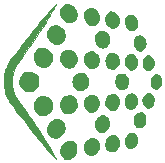
<source format=gbr>
%TF.GenerationSoftware,KiCad,Pcbnew,(7.0.0)*%
%TF.CreationDate,2023-03-22T16:08:00+00:00*%
%TF.ProjectId,B3LPD,42334c50-442e-46b6-9963-61645f706362,rev?*%
%TF.SameCoordinates,Original*%
%TF.FileFunction,Legend,Bot*%
%TF.FilePolarity,Positive*%
%FSLAX46Y46*%
G04 Gerber Fmt 4.6, Leading zero omitted, Abs format (unit mm)*
G04 Created by KiCad (PCBNEW (7.0.0)) date 2023-03-22 16:08:00*
%MOMM*%
%LPD*%
G01*
G04 APERTURE LIST*
%ADD10C,0.010000*%
G04 APERTURE END LIST*
%TO.C,Ref\u002A\u002A*%
G36*
X114056495Y-89215833D02*
G01*
X114160774Y-89284552D01*
X114252377Y-89391140D01*
X114273526Y-89424115D01*
X114320935Y-89514549D01*
X114348858Y-89605873D01*
X114360441Y-89711499D01*
X114358831Y-89844838D01*
X114355404Y-89896060D01*
X114326818Y-90060119D01*
X114271845Y-90193009D01*
X114189142Y-90297258D01*
X114077367Y-90375396D01*
X114016898Y-90396211D01*
X113923670Y-90407211D01*
X113829227Y-90401456D01*
X113753524Y-90378739D01*
X113691037Y-90338605D01*
X113597308Y-90242731D01*
X113526598Y-90121579D01*
X113480310Y-89982554D01*
X113459846Y-89833058D01*
X113466607Y-89680495D01*
X113501995Y-89532268D01*
X113567412Y-89395779D01*
X113625485Y-89318885D01*
X113724035Y-89236510D01*
X113832482Y-89191850D01*
X113945183Y-89184945D01*
X114056495Y-89215833D01*
G37*
D10*
X114056495Y-89215833D02*
X114160774Y-89284552D01*
X114252377Y-89391140D01*
X114273526Y-89424115D01*
X114320935Y-89514549D01*
X114348858Y-89605873D01*
X114360441Y-89711499D01*
X114358831Y-89844838D01*
X114355404Y-89896060D01*
X114326818Y-90060119D01*
X114271845Y-90193009D01*
X114189142Y-90297258D01*
X114077367Y-90375396D01*
X114016898Y-90396211D01*
X113923670Y-90407211D01*
X113829227Y-90401456D01*
X113753524Y-90378739D01*
X113691037Y-90338605D01*
X113597308Y-90242731D01*
X113526598Y-90121579D01*
X113480310Y-89982554D01*
X113459846Y-89833058D01*
X113466607Y-89680495D01*
X113501995Y-89532268D01*
X113567412Y-89395779D01*
X113625485Y-89318885D01*
X113724035Y-89236510D01*
X113832482Y-89191850D01*
X113945183Y-89184945D01*
X114056495Y-89215833D01*
G36*
X111907783Y-84187395D02*
G01*
X111912177Y-84189408D01*
X112037886Y-84269236D01*
X112141258Y-84377684D01*
X112220983Y-84507832D01*
X112275750Y-84652762D01*
X112304247Y-84805552D01*
X112305165Y-84959285D01*
X112277192Y-85107040D01*
X112219018Y-85241899D01*
X112129332Y-85356942D01*
X112099866Y-85383177D01*
X112037247Y-85428019D01*
X111983580Y-85454096D01*
X111903131Y-85469605D01*
X111771434Y-85462870D01*
X111644675Y-85418719D01*
X111528069Y-85340118D01*
X111426832Y-85230034D01*
X111346178Y-85091436D01*
X111328363Y-85047507D01*
X111291237Y-84908853D01*
X111273751Y-84759212D01*
X111277036Y-84614085D01*
X111302222Y-84488974D01*
X111355102Y-84372453D01*
X111438131Y-84267009D01*
X111540300Y-84193098D01*
X111656223Y-84153404D01*
X111780514Y-84150609D01*
X111907783Y-84187395D01*
G37*
X111907783Y-84187395D02*
X111912177Y-84189408D01*
X112037886Y-84269236D01*
X112141258Y-84377684D01*
X112220983Y-84507832D01*
X112275750Y-84652762D01*
X112304247Y-84805552D01*
X112305165Y-84959285D01*
X112277192Y-85107040D01*
X112219018Y-85241899D01*
X112129332Y-85356942D01*
X112099866Y-85383177D01*
X112037247Y-85428019D01*
X111983580Y-85454096D01*
X111903131Y-85469605D01*
X111771434Y-85462870D01*
X111644675Y-85418719D01*
X111528069Y-85340118D01*
X111426832Y-85230034D01*
X111346178Y-85091436D01*
X111328363Y-85047507D01*
X111291237Y-84908853D01*
X111273751Y-84759212D01*
X111277036Y-84614085D01*
X111302222Y-84488974D01*
X111355102Y-84372453D01*
X111438131Y-84267009D01*
X111540300Y-84193098D01*
X111656223Y-84153404D01*
X111780514Y-84150609D01*
X111907783Y-84187395D01*
G36*
X109324396Y-85520696D02*
G01*
X109473644Y-85549674D01*
X109608097Y-85616651D01*
X109725039Y-85719367D01*
X109821756Y-85855562D01*
X109895534Y-86022979D01*
X109928317Y-86155359D01*
X109937919Y-86318490D01*
X109915105Y-86474283D01*
X109862215Y-86616823D01*
X109781587Y-86740194D01*
X109675561Y-86838480D01*
X109546476Y-86905766D01*
X109505981Y-86918138D01*
X109368433Y-86932741D01*
X109229421Y-86908893D01*
X109096088Y-86848501D01*
X108975578Y-86753469D01*
X108963439Y-86741075D01*
X108862438Y-86612269D01*
X108791437Y-86471957D01*
X108749153Y-86325158D01*
X108734306Y-86176892D01*
X108745611Y-86032181D01*
X108781787Y-85896042D01*
X108841550Y-85773497D01*
X108923618Y-85669565D01*
X109026708Y-85589266D01*
X109149538Y-85537620D01*
X109290826Y-85519648D01*
X109324396Y-85520696D01*
G37*
X109324396Y-85520696D02*
X109473644Y-85549674D01*
X109608097Y-85616651D01*
X109725039Y-85719367D01*
X109821756Y-85855562D01*
X109895534Y-86022979D01*
X109928317Y-86155359D01*
X109937919Y-86318490D01*
X109915105Y-86474283D01*
X109862215Y-86616823D01*
X109781587Y-86740194D01*
X109675561Y-86838480D01*
X109546476Y-86905766D01*
X109505981Y-86918138D01*
X109368433Y-86932741D01*
X109229421Y-86908893D01*
X109096088Y-86848501D01*
X108975578Y-86753469D01*
X108963439Y-86741075D01*
X108862438Y-86612269D01*
X108791437Y-86471957D01*
X108749153Y-86325158D01*
X108734306Y-86176892D01*
X108745611Y-86032181D01*
X108781787Y-85896042D01*
X108841550Y-85773497D01*
X108923618Y-85669565D01*
X109026708Y-85589266D01*
X109149538Y-85537620D01*
X109290826Y-85519648D01*
X109324396Y-85520696D01*
G36*
X108657710Y-94591520D02*
G01*
X108786021Y-94643000D01*
X108895741Y-94729390D01*
X108959472Y-94809452D01*
X109027536Y-94945947D01*
X109063073Y-95095692D01*
X109067763Y-95252620D01*
X109043288Y-95410661D01*
X108991330Y-95563748D01*
X108913568Y-95705810D01*
X108811686Y-95830781D01*
X108687364Y-95932590D01*
X108542283Y-96005170D01*
X108493328Y-96019203D01*
X108368434Y-96031679D01*
X108240263Y-96018125D01*
X108128001Y-95979719D01*
X108044890Y-95927135D01*
X107943698Y-95826128D01*
X107870926Y-95703956D01*
X107826058Y-95566275D01*
X107808579Y-95418741D01*
X107817971Y-95267009D01*
X107853719Y-95116737D01*
X107915307Y-94973580D01*
X108002218Y-94843194D01*
X108113936Y-94731236D01*
X108249946Y-94643361D01*
X108371667Y-94596797D01*
X108517396Y-94575827D01*
X108657710Y-94591520D01*
G37*
X108657710Y-94591520D02*
X108786021Y-94643000D01*
X108895741Y-94729390D01*
X108959472Y-94809452D01*
X109027536Y-94945947D01*
X109063073Y-95095692D01*
X109067763Y-95252620D01*
X109043288Y-95410661D01*
X108991330Y-95563748D01*
X108913568Y-95705810D01*
X108811686Y-95830781D01*
X108687364Y-95932590D01*
X108542283Y-96005170D01*
X108493328Y-96019203D01*
X108368434Y-96031679D01*
X108240263Y-96018125D01*
X108128001Y-95979719D01*
X108044890Y-95927135D01*
X107943698Y-95826128D01*
X107870926Y-95703956D01*
X107826058Y-95566275D01*
X107808579Y-95418741D01*
X107817971Y-95267009D01*
X107853719Y-95116737D01*
X107915307Y-94973580D01*
X108002218Y-94843194D01*
X108113936Y-94731236D01*
X108249946Y-94643361D01*
X108371667Y-94596797D01*
X108517396Y-94575827D01*
X108657710Y-94591520D01*
G36*
X110224010Y-83881906D02*
G01*
X110360794Y-83930753D01*
X110424485Y-83968032D01*
X110539931Y-84065474D01*
X110631925Y-84184826D01*
X110699977Y-84320110D01*
X110743602Y-84465347D01*
X110762312Y-84614560D01*
X110755621Y-84761771D01*
X110723041Y-84901000D01*
X110664085Y-85026270D01*
X110578266Y-85131603D01*
X110465097Y-85211021D01*
X110453868Y-85216661D01*
X110379501Y-85248332D01*
X110313856Y-85260731D01*
X110234085Y-85258561D01*
X110190020Y-85253185D01*
X110044347Y-85208835D01*
X109913409Y-85126064D01*
X109799456Y-85006596D01*
X109704737Y-84852160D01*
X109665257Y-84753623D01*
X109629786Y-84590671D01*
X109624304Y-84423652D01*
X109650245Y-84267946D01*
X109678781Y-84188264D01*
X109752610Y-84061517D01*
X109849065Y-83965127D01*
X109963129Y-83901474D01*
X110089783Y-83872941D01*
X110224010Y-83881906D01*
G37*
X110224010Y-83881906D02*
X110360794Y-83930753D01*
X110424485Y-83968032D01*
X110539931Y-84065474D01*
X110631925Y-84184826D01*
X110699977Y-84320110D01*
X110743602Y-84465347D01*
X110762312Y-84614560D01*
X110755621Y-84761771D01*
X110723041Y-84901000D01*
X110664085Y-85026270D01*
X110578266Y-85131603D01*
X110465097Y-85211021D01*
X110453868Y-85216661D01*
X110379501Y-85248332D01*
X110313856Y-85260731D01*
X110234085Y-85258561D01*
X110190020Y-85253185D01*
X110044347Y-85208835D01*
X109913409Y-85126064D01*
X109799456Y-85006596D01*
X109704737Y-84852160D01*
X109665257Y-84753623D01*
X109629786Y-84590671D01*
X109624304Y-84423652D01*
X109650245Y-84267946D01*
X109678781Y-84188264D01*
X109752610Y-84061517D01*
X109849065Y-83965127D01*
X109963129Y-83901474D01*
X110089783Y-83872941D01*
X110224010Y-83881906D01*
G36*
X109468334Y-92678493D02*
G01*
X109598072Y-92716256D01*
X109714015Y-92787451D01*
X109809326Y-92891467D01*
X109885015Y-93036603D01*
X109927454Y-93200451D01*
X109932818Y-93370429D01*
X109920119Y-93481008D01*
X109895660Y-93588002D01*
X109855996Y-93682754D01*
X109795721Y-93781476D01*
X109781903Y-93801345D01*
X109686674Y-93916005D01*
X109584443Y-93997610D01*
X109465599Y-94054097D01*
X109423281Y-94067292D01*
X109280145Y-94085049D01*
X109140843Y-94063323D01*
X109012527Y-94003957D01*
X108902349Y-93908797D01*
X108865556Y-93862482D01*
X108790129Y-93724030D01*
X108747513Y-93569970D01*
X108737037Y-93407558D01*
X108758029Y-93244048D01*
X108809819Y-93086695D01*
X108891735Y-92942755D01*
X109003106Y-92819483D01*
X109064722Y-92771901D01*
X109194821Y-92705706D01*
X109331638Y-92674773D01*
X109468334Y-92678493D01*
G37*
X109468334Y-92678493D02*
X109598072Y-92716256D01*
X109714015Y-92787451D01*
X109809326Y-92891467D01*
X109885015Y-93036603D01*
X109927454Y-93200451D01*
X109932818Y-93370429D01*
X109920119Y-93481008D01*
X109895660Y-93588002D01*
X109855996Y-93682754D01*
X109795721Y-93781476D01*
X109781903Y-93801345D01*
X109686674Y-93916005D01*
X109584443Y-93997610D01*
X109465599Y-94054097D01*
X109423281Y-94067292D01*
X109280145Y-94085049D01*
X109140843Y-94063323D01*
X109012527Y-94003957D01*
X108902349Y-93908797D01*
X108865556Y-93862482D01*
X108790129Y-93724030D01*
X108747513Y-93569970D01*
X108737037Y-93407558D01*
X108758029Y-93244048D01*
X108809819Y-93086695D01*
X108891735Y-92942755D01*
X109003106Y-92819483D01*
X109064722Y-92771901D01*
X109194821Y-92705706D01*
X109331638Y-92674773D01*
X109468334Y-92678493D01*
G36*
X111031267Y-89130918D02*
G01*
X111111250Y-89137024D01*
X111175195Y-89155985D01*
X111244102Y-89193376D01*
X111282535Y-89218957D01*
X111398725Y-89327112D01*
X111481659Y-89461353D01*
X111531385Y-89621778D01*
X111547950Y-89808481D01*
X111532744Y-89963475D01*
X111486343Y-90115367D01*
X111412602Y-90248828D01*
X111315421Y-90356889D01*
X111198700Y-90432580D01*
X111176321Y-90442084D01*
X111046475Y-90471642D01*
X110914769Y-90461627D01*
X110788007Y-90413387D01*
X110672996Y-90328274D01*
X110613383Y-90264230D01*
X110538544Y-90148700D01*
X110493076Y-90015960D01*
X110472848Y-89856269D01*
X110472378Y-89740014D01*
X110497534Y-89565416D01*
X110555623Y-89416737D01*
X110647069Y-89293036D01*
X110772298Y-89193376D01*
X110789819Y-89182773D01*
X110855706Y-89150152D01*
X110921500Y-89134668D01*
X111008200Y-89130745D01*
X111031267Y-89130918D01*
G37*
X111031267Y-89130918D02*
X111111250Y-89137024D01*
X111175195Y-89155985D01*
X111244102Y-89193376D01*
X111282535Y-89218957D01*
X111398725Y-89327112D01*
X111481659Y-89461353D01*
X111531385Y-89621778D01*
X111547950Y-89808481D01*
X111532744Y-89963475D01*
X111486343Y-90115367D01*
X111412602Y-90248828D01*
X111315421Y-90356889D01*
X111198700Y-90432580D01*
X111176321Y-90442084D01*
X111046475Y-90471642D01*
X110914769Y-90461627D01*
X110788007Y-90413387D01*
X110672996Y-90328274D01*
X110613383Y-90264230D01*
X110538544Y-90148700D01*
X110493076Y-90015960D01*
X110472848Y-89856269D01*
X110472378Y-89740014D01*
X110497534Y-89565416D01*
X110555623Y-89416737D01*
X110647069Y-89293036D01*
X110772298Y-89193376D01*
X110789819Y-89182773D01*
X110855706Y-89150152D01*
X110921500Y-89134668D01*
X111008200Y-89130745D01*
X111031267Y-89130918D01*
G36*
X110281466Y-94346416D02*
G01*
X110415579Y-94370241D01*
X110532610Y-94429811D01*
X110629302Y-94521226D01*
X110702399Y-94640584D01*
X110748645Y-94783983D01*
X110764783Y-94947522D01*
X110764669Y-94961769D01*
X110743386Y-95141130D01*
X110687859Y-95308622D01*
X110601709Y-95457851D01*
X110488560Y-95582424D01*
X110352033Y-95675949D01*
X110338221Y-95682546D01*
X110241229Y-95710611D01*
X110128249Y-95721036D01*
X110017213Y-95713352D01*
X109926051Y-95687090D01*
X109894583Y-95668582D01*
X109832007Y-95619596D01*
X109772952Y-95561153D01*
X109702435Y-95461886D01*
X109646021Y-95326461D01*
X109620658Y-95181311D01*
X109624073Y-95032071D01*
X109653995Y-94884375D01*
X109708150Y-94743857D01*
X109784268Y-94616152D01*
X109880076Y-94506895D01*
X109993302Y-94421719D01*
X110121673Y-94366258D01*
X110262918Y-94346148D01*
X110281466Y-94346416D01*
G37*
X110281466Y-94346416D02*
X110415579Y-94370241D01*
X110532610Y-94429811D01*
X110629302Y-94521226D01*
X110702399Y-94640584D01*
X110748645Y-94783983D01*
X110764783Y-94947522D01*
X110764669Y-94961769D01*
X110743386Y-95141130D01*
X110687859Y-95308622D01*
X110601709Y-95457851D01*
X110488560Y-95582424D01*
X110352033Y-95675949D01*
X110338221Y-95682546D01*
X110241229Y-95710611D01*
X110128249Y-95721036D01*
X110017213Y-95713352D01*
X109926051Y-95687090D01*
X109894583Y-95668582D01*
X109832007Y-95619596D01*
X109772952Y-95561153D01*
X109702435Y-95461886D01*
X109646021Y-95326461D01*
X109620658Y-95181311D01*
X109624073Y-95032071D01*
X109653995Y-94884375D01*
X109708150Y-94743857D01*
X109784268Y-94616152D01*
X109880076Y-94506895D01*
X109993302Y-94421719D01*
X110121673Y-94366258D01*
X110262918Y-94346148D01*
X110281466Y-94346416D01*
G36*
X108492288Y-87246709D02*
G01*
X108631042Y-87283434D01*
X108757426Y-87352560D01*
X108867522Y-87450296D01*
X108957409Y-87572855D01*
X109023170Y-87716447D01*
X109060886Y-87877283D01*
X109066639Y-88051573D01*
X109065867Y-88062404D01*
X109036380Y-88222626D01*
X108976686Y-88369209D01*
X108891260Y-88495436D01*
X108784582Y-88594590D01*
X108661127Y-88659953D01*
X108597024Y-88678661D01*
X108450386Y-88692628D01*
X108308085Y-88668801D01*
X108174721Y-88610297D01*
X108054897Y-88520234D01*
X107953215Y-88401731D01*
X107874279Y-88257906D01*
X107822688Y-88091877D01*
X107816840Y-88060807D01*
X107806190Y-87882378D01*
X107835638Y-87714275D01*
X107904301Y-87559635D01*
X108011296Y-87421598D01*
X108047206Y-87385896D01*
X108113814Y-87328956D01*
X108177481Y-87291941D01*
X108253287Y-87265099D01*
X108345081Y-87246174D01*
X108492288Y-87246709D01*
G37*
X108492288Y-87246709D02*
X108631042Y-87283434D01*
X108757426Y-87352560D01*
X108867522Y-87450296D01*
X108957409Y-87572855D01*
X109023170Y-87716447D01*
X109060886Y-87877283D01*
X109066639Y-88051573D01*
X109065867Y-88062404D01*
X109036380Y-88222626D01*
X108976686Y-88369209D01*
X108891260Y-88495436D01*
X108784582Y-88594590D01*
X108661127Y-88659953D01*
X108597024Y-88678661D01*
X108450386Y-88692628D01*
X108308085Y-88668801D01*
X108174721Y-88610297D01*
X108054897Y-88520234D01*
X107953215Y-88401731D01*
X107874279Y-88257906D01*
X107822688Y-88091877D01*
X107816840Y-88060807D01*
X107806190Y-87882378D01*
X107835638Y-87714275D01*
X107904301Y-87559635D01*
X108011296Y-87421598D01*
X108047206Y-87385896D01*
X108113814Y-87328956D01*
X108177481Y-87291941D01*
X108253287Y-87265099D01*
X108345081Y-87246174D01*
X108492288Y-87246709D01*
G36*
X105445421Y-85049036D02*
G01*
X105615518Y-85085429D01*
X105769766Y-85157080D01*
X105904403Y-85259977D01*
X106015667Y-85390104D01*
X106099799Y-85543448D01*
X106153035Y-85715993D01*
X106171617Y-85903726D01*
X106171051Y-85937554D01*
X106146993Y-86115836D01*
X106088489Y-86271496D01*
X105996917Y-86402464D01*
X105873655Y-86506671D01*
X105720080Y-86582046D01*
X105669684Y-86597797D01*
X105576850Y-86612612D01*
X105465837Y-86611017D01*
X105384278Y-86600883D01*
X105219795Y-86551989D01*
X105072384Y-86470366D01*
X104945080Y-86361233D01*
X104840920Y-86229808D01*
X104762939Y-86081310D01*
X104714175Y-85920960D01*
X104697663Y-85753975D01*
X104716440Y-85585575D01*
X104773540Y-85420978D01*
X104820002Y-85336913D01*
X104923316Y-85210212D01*
X105049569Y-85118983D01*
X105197859Y-85063798D01*
X105367283Y-85045228D01*
X105445421Y-85049036D01*
G37*
X105445421Y-85049036D02*
X105615518Y-85085429D01*
X105769766Y-85157080D01*
X105904403Y-85259977D01*
X106015667Y-85390104D01*
X106099799Y-85543448D01*
X106153035Y-85715993D01*
X106171617Y-85903726D01*
X106171051Y-85937554D01*
X106146993Y-86115836D01*
X106088489Y-86271496D01*
X105996917Y-86402464D01*
X105873655Y-86506671D01*
X105720080Y-86582046D01*
X105669684Y-86597797D01*
X105576850Y-86612612D01*
X105465837Y-86611017D01*
X105384278Y-86600883D01*
X105219795Y-86551989D01*
X105072384Y-86470366D01*
X104945080Y-86361233D01*
X104840920Y-86229808D01*
X104762939Y-86081310D01*
X104714175Y-85920960D01*
X104697663Y-85753975D01*
X104716440Y-85585575D01*
X104773540Y-85420978D01*
X104820002Y-85336913D01*
X104923316Y-85210212D01*
X105049569Y-85118983D01*
X105197859Y-85063798D01*
X105367283Y-85045228D01*
X105445421Y-85049036D01*
G36*
X113309403Y-87592628D02*
G01*
X113421864Y-87639014D01*
X113523291Y-87720143D01*
X113609322Y-87832986D01*
X113675592Y-87974516D01*
X113685628Y-88008374D01*
X113702980Y-88113370D01*
X113709378Y-88234566D01*
X113704382Y-88354269D01*
X113687551Y-88454787D01*
X113662035Y-88526165D01*
X113600278Y-88635200D01*
X113520833Y-88728787D01*
X113433746Y-88793518D01*
X113406748Y-88806565D01*
X113288053Y-88839254D01*
X113173050Y-88833728D01*
X113065418Y-88793338D01*
X112968836Y-88721436D01*
X112886983Y-88621373D01*
X112823537Y-88496502D01*
X112782178Y-88350173D01*
X112766586Y-88185738D01*
X112766426Y-88150609D01*
X112768967Y-88066189D01*
X112778857Y-88001439D01*
X112799700Y-87939385D01*
X112835100Y-87863051D01*
X112864451Y-87807820D01*
X112937761Y-87706085D01*
X113023474Y-87637328D01*
X113128723Y-87595038D01*
X113190272Y-87584012D01*
X113309403Y-87592628D01*
G37*
X113309403Y-87592628D02*
X113421864Y-87639014D01*
X113523291Y-87720143D01*
X113609322Y-87832986D01*
X113675592Y-87974516D01*
X113685628Y-88008374D01*
X113702980Y-88113370D01*
X113709378Y-88234566D01*
X113704382Y-88354269D01*
X113687551Y-88454787D01*
X113662035Y-88526165D01*
X113600278Y-88635200D01*
X113520833Y-88728787D01*
X113433746Y-88793518D01*
X113406748Y-88806565D01*
X113288053Y-88839254D01*
X113173050Y-88833728D01*
X113065418Y-88793338D01*
X112968836Y-88721436D01*
X112886983Y-88621373D01*
X112823537Y-88496502D01*
X112782178Y-88350173D01*
X112766586Y-88185738D01*
X112766426Y-88150609D01*
X112768967Y-88066189D01*
X112778857Y-88001439D01*
X112799700Y-87939385D01*
X112835100Y-87863051D01*
X112864451Y-87807820D01*
X112937761Y-87706085D01*
X113023474Y-87637328D01*
X113128723Y-87595038D01*
X113190272Y-87584012D01*
X113309403Y-87592628D01*
G36*
X112671794Y-92419648D02*
G01*
X112781952Y-92472902D01*
X112879272Y-92563715D01*
X112959977Y-92690839D01*
X112969829Y-92711257D01*
X112995564Y-92773009D01*
X113010250Y-92831976D01*
X113016668Y-92903170D01*
X113017603Y-93001600D01*
X113008332Y-93137008D01*
X112969336Y-93304979D01*
X112901496Y-93447789D01*
X112806512Y-93562142D01*
X112686082Y-93644745D01*
X112607069Y-93672847D01*
X112500325Y-93688321D01*
X112395944Y-93683686D01*
X112311024Y-93658321D01*
X112248758Y-93614120D01*
X112175344Y-93537235D01*
X112111192Y-93446201D01*
X112067682Y-93355194D01*
X112059899Y-93329168D01*
X112041300Y-93218369D01*
X112036091Y-93090016D01*
X112044328Y-92961704D01*
X112066066Y-92851025D01*
X112085391Y-92795475D01*
X112149483Y-92670052D01*
X112232768Y-92561128D01*
X112326155Y-92481613D01*
X112428068Y-92430799D01*
X112552574Y-92405198D01*
X112671794Y-92419648D01*
G37*
X112671794Y-92419648D02*
X112781952Y-92472902D01*
X112879272Y-92563715D01*
X112959977Y-92690839D01*
X112969829Y-92711257D01*
X112995564Y-92773009D01*
X113010250Y-92831976D01*
X113016668Y-92903170D01*
X113017603Y-93001600D01*
X113008332Y-93137008D01*
X112969336Y-93304979D01*
X112901496Y-93447789D01*
X112806512Y-93562142D01*
X112686082Y-93644745D01*
X112607069Y-93672847D01*
X112500325Y-93688321D01*
X112395944Y-93683686D01*
X112311024Y-93658321D01*
X112248758Y-93614120D01*
X112175344Y-93537235D01*
X112111192Y-93446201D01*
X112067682Y-93355194D01*
X112059899Y-93329168D01*
X112041300Y-93218369D01*
X112036091Y-93090016D01*
X112044328Y-92961704D01*
X112066066Y-92851025D01*
X112085391Y-92795475D01*
X112149483Y-92670052D01*
X112232768Y-92561128D01*
X112326155Y-92481613D01*
X112428068Y-92430799D01*
X112552574Y-92405198D01*
X112671794Y-92419648D01*
G36*
X106544701Y-87112320D02*
G01*
X106692415Y-87141724D01*
X106824708Y-87206786D01*
X106949830Y-87310635D01*
X107051495Y-87432326D01*
X107136130Y-87592533D01*
X107184078Y-87773433D01*
X107191239Y-87831876D01*
X107188568Y-88007946D01*
X107150451Y-88172135D01*
X107079752Y-88319485D01*
X106979332Y-88445034D01*
X106852055Y-88543822D01*
X106700783Y-88610889D01*
X106639471Y-88623706D01*
X106522491Y-88628555D01*
X106397786Y-88615246D01*
X106283536Y-88584910D01*
X106245261Y-88568610D01*
X106126138Y-88494800D01*
X106013745Y-88393870D01*
X105919029Y-88276766D01*
X105852937Y-88154433D01*
X105821796Y-88048996D01*
X105802268Y-87909904D01*
X105800398Y-87765952D01*
X105816256Y-87631553D01*
X105849910Y-87521119D01*
X105891364Y-87440298D01*
X105991679Y-87303870D01*
X106114045Y-87203569D01*
X106258432Y-87139416D01*
X106424806Y-87111435D01*
X106544701Y-87112320D01*
G37*
X106544701Y-87112320D02*
X106692415Y-87141724D01*
X106824708Y-87206786D01*
X106949830Y-87310635D01*
X107051495Y-87432326D01*
X107136130Y-87592533D01*
X107184078Y-87773433D01*
X107191239Y-87831876D01*
X107188568Y-88007946D01*
X107150451Y-88172135D01*
X107079752Y-88319485D01*
X106979332Y-88445034D01*
X106852055Y-88543822D01*
X106700783Y-88610889D01*
X106639471Y-88623706D01*
X106522491Y-88628555D01*
X106397786Y-88615246D01*
X106283536Y-88584910D01*
X106245261Y-88568610D01*
X106126138Y-88494800D01*
X106013745Y-88393870D01*
X105919029Y-88276766D01*
X105852937Y-88154433D01*
X105821796Y-88048996D01*
X105802268Y-87909904D01*
X105800398Y-87765952D01*
X105816256Y-87631553D01*
X105849910Y-87521119D01*
X105891364Y-87440298D01*
X105991679Y-87303870D01*
X106114045Y-87203569D01*
X106258432Y-87139416D01*
X106424806Y-87111435D01*
X106544701Y-87112320D01*
G36*
X104482406Y-91050419D02*
G01*
X104629535Y-91084533D01*
X104759554Y-91150976D01*
X104882143Y-91253656D01*
X104909056Y-91281976D01*
X105008023Y-91420365D01*
X105071834Y-91572523D01*
X105102024Y-91732932D01*
X105100129Y-91896076D01*
X105067684Y-92056437D01*
X105006224Y-92208498D01*
X104917285Y-92346743D01*
X104802402Y-92465654D01*
X104663110Y-92559714D01*
X104500946Y-92623407D01*
X104483977Y-92627725D01*
X104335363Y-92647395D01*
X104180432Y-92640083D01*
X104033386Y-92607516D01*
X103908424Y-92551419D01*
X103821364Y-92486761D01*
X103712097Y-92371895D01*
X103626040Y-92239600D01*
X103575125Y-92105302D01*
X103548307Y-91941835D01*
X103551954Y-91773010D01*
X103586896Y-91612160D01*
X103637030Y-91491671D01*
X103735996Y-91338865D01*
X103862292Y-91214487D01*
X104011589Y-91121713D01*
X104179557Y-91063720D01*
X104361867Y-91043683D01*
X104482406Y-91050419D01*
G37*
X104482406Y-91050419D02*
X104629535Y-91084533D01*
X104759554Y-91150976D01*
X104882143Y-91253656D01*
X104909056Y-91281976D01*
X105008023Y-91420365D01*
X105071834Y-91572523D01*
X105102024Y-91732932D01*
X105100129Y-91896076D01*
X105067684Y-92056437D01*
X105006224Y-92208498D01*
X104917285Y-92346743D01*
X104802402Y-92465654D01*
X104663110Y-92559714D01*
X104500946Y-92623407D01*
X104483977Y-92627725D01*
X104335363Y-92647395D01*
X104180432Y-92640083D01*
X104033386Y-92607516D01*
X103908424Y-92551419D01*
X103821364Y-92486761D01*
X103712097Y-92371895D01*
X103626040Y-92239600D01*
X103575125Y-92105302D01*
X103548307Y-91941835D01*
X103551954Y-91773010D01*
X103586896Y-91612160D01*
X103637030Y-91491671D01*
X103735996Y-91338865D01*
X103862292Y-91214487D01*
X104011589Y-91121713D01*
X104179557Y-91063720D01*
X104361867Y-91043683D01*
X104482406Y-91050419D01*
G36*
X108532034Y-83597817D02*
G01*
X108667505Y-83659440D01*
X108792744Y-83754085D01*
X108903077Y-83879570D01*
X108993831Y-84033714D01*
X109021081Y-84093750D01*
X109042410Y-84152899D01*
X109054378Y-84212355D01*
X109059630Y-84286119D01*
X109060814Y-84388192D01*
X109060059Y-84478144D01*
X109055818Y-84553412D01*
X109045604Y-84610866D01*
X109026944Y-84663617D01*
X108997367Y-84724780D01*
X108932364Y-84827523D01*
X108826131Y-84932778D01*
X108698335Y-85002572D01*
X108576221Y-85027819D01*
X108439501Y-85019761D01*
X108300535Y-84979875D01*
X108168525Y-84910830D01*
X108052673Y-84815293D01*
X107955718Y-84694698D01*
X107878547Y-84549929D01*
X107830087Y-84396394D01*
X107809986Y-84240089D01*
X107817890Y-84087014D01*
X107853447Y-83943165D01*
X107916305Y-83814540D01*
X108006112Y-83707137D01*
X108122514Y-83626954D01*
X108249081Y-83582359D01*
X108391001Y-83571396D01*
X108532034Y-83597817D01*
G37*
X108532034Y-83597817D02*
X108667505Y-83659440D01*
X108792744Y-83754085D01*
X108903077Y-83879570D01*
X108993831Y-84033714D01*
X109021081Y-84093750D01*
X109042410Y-84152899D01*
X109054378Y-84212355D01*
X109059630Y-84286119D01*
X109060814Y-84388192D01*
X109060059Y-84478144D01*
X109055818Y-84553412D01*
X109045604Y-84610866D01*
X109026944Y-84663617D01*
X108997367Y-84724780D01*
X108932364Y-84827523D01*
X108826131Y-84932778D01*
X108698335Y-85002572D01*
X108576221Y-85027819D01*
X108439501Y-85019761D01*
X108300535Y-84979875D01*
X108168525Y-84910830D01*
X108052673Y-84815293D01*
X107955718Y-84694698D01*
X107878547Y-84549929D01*
X107830087Y-84396394D01*
X107809986Y-84240089D01*
X107817890Y-84087014D01*
X107853447Y-83943165D01*
X107916305Y-83814540D01*
X108006112Y-83707137D01*
X108122514Y-83626954D01*
X108249081Y-83582359D01*
X108391001Y-83571396D01*
X108532034Y-83597817D01*
G36*
X113362088Y-90778771D02*
G01*
X113430710Y-90799711D01*
X113493436Y-90844204D01*
X113567447Y-90922139D01*
X113631853Y-91014777D01*
X113675491Y-91108057D01*
X113685280Y-91143753D01*
X113701329Y-91244816D01*
X113708852Y-91360760D01*
X113707053Y-91473095D01*
X113695134Y-91563332D01*
X113683143Y-91606187D01*
X113628845Y-91729811D01*
X113552117Y-91843147D01*
X113461116Y-91935530D01*
X113363998Y-91996294D01*
X113335717Y-92003777D01*
X113270186Y-92010569D01*
X113193983Y-92010532D01*
X113175116Y-92009138D01*
X113058353Y-91979310D01*
X112956342Y-91912273D01*
X112865530Y-91805813D01*
X112863008Y-91802063D01*
X112805198Y-91681528D01*
X112772156Y-91538394D01*
X112764501Y-91384427D01*
X112782855Y-91231393D01*
X112827837Y-91091058D01*
X112866337Y-91018366D01*
X112939604Y-90918176D01*
X113022794Y-90838113D01*
X113106185Y-90788738D01*
X113179959Y-90772799D01*
X113272031Y-90769582D01*
X113362088Y-90778771D01*
G37*
X113362088Y-90778771D02*
X113430710Y-90799711D01*
X113493436Y-90844204D01*
X113567447Y-90922139D01*
X113631853Y-91014777D01*
X113675491Y-91108057D01*
X113685280Y-91143753D01*
X113701329Y-91244816D01*
X113708852Y-91360760D01*
X113707053Y-91473095D01*
X113695134Y-91563332D01*
X113683143Y-91606187D01*
X113628845Y-91729811D01*
X113552117Y-91843147D01*
X113461116Y-91935530D01*
X113363998Y-91996294D01*
X113335717Y-92003777D01*
X113270186Y-92010569D01*
X113193983Y-92010532D01*
X113175116Y-92009138D01*
X113058353Y-91979310D01*
X112956342Y-91912273D01*
X112865530Y-91805813D01*
X112863008Y-91802063D01*
X112805198Y-91681528D01*
X112772156Y-91538394D01*
X112764501Y-91384427D01*
X112782855Y-91231393D01*
X112827837Y-91091058D01*
X112866337Y-91018366D01*
X112939604Y-90918176D01*
X113022794Y-90838113D01*
X113106185Y-90788738D01*
X113179959Y-90772799D01*
X113272031Y-90769582D01*
X113362088Y-90778771D01*
G36*
X110385159Y-90888035D02*
G01*
X110504095Y-90953433D01*
X110609159Y-91053336D01*
X110694803Y-91187311D01*
X110714830Y-91229901D01*
X110735628Y-91285661D01*
X110747534Y-91343691D01*
X110752931Y-91417334D01*
X110754200Y-91519933D01*
X110753928Y-91572921D01*
X110750685Y-91662460D01*
X110741970Y-91729370D01*
X110725538Y-91787071D01*
X110699143Y-91848982D01*
X110624236Y-91980042D01*
X110523201Y-92092920D01*
X110399851Y-92174676D01*
X110368307Y-92189486D01*
X110271580Y-92220112D01*
X110162669Y-92228818D01*
X110034614Y-92211789D01*
X109914139Y-92159953D01*
X109811844Y-92078455D01*
X109729599Y-91972498D01*
X109669276Y-91847285D01*
X109632745Y-91708020D01*
X109621878Y-91559906D01*
X109638547Y-91408147D01*
X109684621Y-91257947D01*
X109761973Y-91114509D01*
X109776537Y-91093775D01*
X109881630Y-90980154D01*
X110000585Y-90903202D01*
X110127857Y-90862487D01*
X110257897Y-90857575D01*
X110385159Y-90888035D01*
G37*
X110385159Y-90888035D02*
X110504095Y-90953433D01*
X110609159Y-91053336D01*
X110694803Y-91187311D01*
X110714830Y-91229901D01*
X110735628Y-91285661D01*
X110747534Y-91343691D01*
X110752931Y-91417334D01*
X110754200Y-91519933D01*
X110753928Y-91572921D01*
X110750685Y-91662460D01*
X110741970Y-91729370D01*
X110725538Y-91787071D01*
X110699143Y-91848982D01*
X110624236Y-91980042D01*
X110523201Y-92092920D01*
X110399851Y-92174676D01*
X110368307Y-92189486D01*
X110271580Y-92220112D01*
X110162669Y-92228818D01*
X110034614Y-92211789D01*
X109914139Y-92159953D01*
X109811844Y-92078455D01*
X109729599Y-91972498D01*
X109669276Y-91847285D01*
X109632745Y-91708020D01*
X109621878Y-91559906D01*
X109638547Y-91408147D01*
X109684621Y-91257947D01*
X109761973Y-91114509D01*
X109776537Y-91093775D01*
X109881630Y-90980154D01*
X110000585Y-90903202D01*
X110127857Y-90862487D01*
X110257897Y-90857575D01*
X110385159Y-90888035D01*
G36*
X110212505Y-87367704D02*
G01*
X110346253Y-87399650D01*
X110465682Y-87465589D01*
X110578451Y-87569684D01*
X110655712Y-87674632D01*
X110718890Y-87811326D01*
X110753804Y-87957151D01*
X110761782Y-88106154D01*
X110744155Y-88252382D01*
X110702252Y-88389884D01*
X110637403Y-88512708D01*
X110550936Y-88614900D01*
X110444183Y-88690508D01*
X110318472Y-88733580D01*
X110290514Y-88738053D01*
X110143211Y-88738216D01*
X110006549Y-88698645D01*
X109883301Y-88620993D01*
X109776242Y-88506913D01*
X109688144Y-88358056D01*
X109673695Y-88326106D01*
X109652204Y-88267684D01*
X109639667Y-88207416D01*
X109633813Y-88131825D01*
X109632367Y-88027433D01*
X109632367Y-88026577D01*
X109634300Y-87917381D01*
X109641269Y-87837850D01*
X109655098Y-87775520D01*
X109677607Y-87717925D01*
X109740344Y-87608915D01*
X109837673Y-87499085D01*
X109951708Y-87419460D01*
X110076378Y-87374072D01*
X110205614Y-87366956D01*
X110212505Y-87367704D01*
G37*
X110212505Y-87367704D02*
X110346253Y-87399650D01*
X110465682Y-87465589D01*
X110578451Y-87569684D01*
X110655712Y-87674632D01*
X110718890Y-87811326D01*
X110753804Y-87957151D01*
X110761782Y-88106154D01*
X110744155Y-88252382D01*
X110702252Y-88389884D01*
X110637403Y-88512708D01*
X110550936Y-88614900D01*
X110444183Y-88690508D01*
X110318472Y-88733580D01*
X110290514Y-88738053D01*
X110143211Y-88738216D01*
X110006549Y-88698645D01*
X109883301Y-88620993D01*
X109776242Y-88506913D01*
X109688144Y-88358056D01*
X109673695Y-88326106D01*
X109652204Y-88267684D01*
X109639667Y-88207416D01*
X109633813Y-88131825D01*
X109632367Y-88027433D01*
X109632367Y-88026577D01*
X109634300Y-87917381D01*
X109641269Y-87837850D01*
X109655098Y-87775520D01*
X109677607Y-87717925D01*
X109740344Y-87608915D01*
X109837673Y-87499085D01*
X109951708Y-87419460D01*
X110076378Y-87374072D01*
X110205614Y-87366956D01*
X110212505Y-87367704D01*
G36*
X106640774Y-90983221D02*
G01*
X106794768Y-91028963D01*
X106928197Y-91108304D01*
X107037805Y-91217773D01*
X107120337Y-91353901D01*
X107172537Y-91513215D01*
X107191152Y-91692246D01*
X107179990Y-91848129D01*
X107133796Y-92018110D01*
X107050428Y-92169796D01*
X106928428Y-92306596D01*
X106833881Y-92384870D01*
X106732814Y-92444272D01*
X106622096Y-92482320D01*
X106491254Y-92500285D01*
X106337704Y-92485334D01*
X106191710Y-92434058D01*
X106059468Y-92349621D01*
X105947179Y-92235187D01*
X105861040Y-92093918D01*
X105848514Y-92066181D01*
X105823787Y-92001969D01*
X105809449Y-91939980D01*
X105802815Y-91865384D01*
X105801200Y-91763350D01*
X105801616Y-91700509D01*
X105805467Y-91618236D01*
X105815803Y-91554422D01*
X105835548Y-91494042D01*
X105867626Y-91422071D01*
X105949076Y-91280457D01*
X106063613Y-91148278D01*
X106197707Y-91052066D01*
X106349373Y-90993196D01*
X106516625Y-90973041D01*
X106640774Y-90983221D01*
G37*
X106640774Y-90983221D02*
X106794768Y-91028963D01*
X106928197Y-91108304D01*
X107037805Y-91217773D01*
X107120337Y-91353901D01*
X107172537Y-91513215D01*
X107191152Y-91692246D01*
X107179990Y-91848129D01*
X107133796Y-92018110D01*
X107050428Y-92169796D01*
X106928428Y-92306596D01*
X106833881Y-92384870D01*
X106732814Y-92444272D01*
X106622096Y-92482320D01*
X106491254Y-92500285D01*
X106337704Y-92485334D01*
X106191710Y-92434058D01*
X106059468Y-92349621D01*
X105947179Y-92235187D01*
X105861040Y-92093918D01*
X105848514Y-92066181D01*
X105823787Y-92001969D01*
X105809449Y-91939980D01*
X105802815Y-91865384D01*
X105801200Y-91763350D01*
X105801616Y-91700509D01*
X105805467Y-91618236D01*
X105815803Y-91554422D01*
X105835548Y-91494042D01*
X105867626Y-91422071D01*
X105949076Y-91280457D01*
X106063613Y-91148278D01*
X106197707Y-91052066D01*
X106349373Y-90993196D01*
X106516625Y-90973041D01*
X106640774Y-90983221D01*
G36*
X106516769Y-83244461D02*
G01*
X106664729Y-83289910D01*
X106806132Y-83368643D01*
X106935034Y-83480077D01*
X106986460Y-83538498D01*
X107090733Y-83696958D01*
X107155998Y-83870239D01*
X107183849Y-84062066D01*
X107184776Y-84140807D01*
X107163268Y-84314387D01*
X107109039Y-84463503D01*
X107023149Y-84586441D01*
X106906655Y-84681490D01*
X106760615Y-84746937D01*
X106656790Y-84770790D01*
X106536019Y-84772370D01*
X106403000Y-84744213D01*
X106399430Y-84743144D01*
X106234132Y-84673241D01*
X106091639Y-84569408D01*
X105970363Y-84430190D01*
X105868720Y-84254133D01*
X105840706Y-84192487D01*
X105819448Y-84133535D01*
X105807670Y-84074510D01*
X105802715Y-84001336D01*
X105801929Y-83899933D01*
X105803626Y-83827297D01*
X105818855Y-83692217D01*
X105853323Y-83581353D01*
X105911222Y-83483698D01*
X105996741Y-83388245D01*
X106092989Y-83313629D01*
X106224955Y-83255738D01*
X106368197Y-83232876D01*
X106516769Y-83244461D01*
G37*
X106516769Y-83244461D02*
X106664729Y-83289910D01*
X106806132Y-83368643D01*
X106935034Y-83480077D01*
X106986460Y-83538498D01*
X107090733Y-83696958D01*
X107155998Y-83870239D01*
X107183849Y-84062066D01*
X107184776Y-84140807D01*
X107163268Y-84314387D01*
X107109039Y-84463503D01*
X107023149Y-84586441D01*
X106906655Y-84681490D01*
X106760615Y-84746937D01*
X106656790Y-84770790D01*
X106536019Y-84772370D01*
X106403000Y-84744213D01*
X106399430Y-84743144D01*
X106234132Y-84673241D01*
X106091639Y-84569408D01*
X105970363Y-84430190D01*
X105868720Y-84254133D01*
X105840706Y-84192487D01*
X105819448Y-84133535D01*
X105807670Y-84074510D01*
X105802715Y-84001336D01*
X105801929Y-83899933D01*
X105803626Y-83827297D01*
X105818855Y-83692217D01*
X105853323Y-83581353D01*
X105911222Y-83483698D01*
X105996741Y-83388245D01*
X106092989Y-83313629D01*
X106224955Y-83255738D01*
X106368197Y-83232876D01*
X106516769Y-83244461D01*
G36*
X105696940Y-93012449D02*
G01*
X105801200Y-93048788D01*
X105807873Y-93052318D01*
X105920491Y-93131841D01*
X106023310Y-93239341D01*
X106103392Y-93361433D01*
X106126491Y-93415895D01*
X106157112Y-93539723D01*
X106170657Y-93679766D01*
X106166120Y-93820947D01*
X106142497Y-93948185D01*
X106104425Y-94050575D01*
X106016227Y-94202398D01*
X105899780Y-94336681D01*
X105762631Y-94445285D01*
X105612326Y-94520069D01*
X105604735Y-94522710D01*
X105468655Y-94551337D01*
X105320507Y-94553387D01*
X105176079Y-94529929D01*
X105051163Y-94482033D01*
X104964321Y-94425778D01*
X104850208Y-94312660D01*
X104767666Y-94173348D01*
X104718151Y-94010582D01*
X104703118Y-93827100D01*
X104710815Y-93720755D01*
X104754595Y-93539638D01*
X104834137Y-93375732D01*
X104946254Y-93233617D01*
X105087762Y-93117871D01*
X105255475Y-93033074D01*
X105307780Y-93016657D01*
X105434917Y-92995943D01*
X105569741Y-92994687D01*
X105696940Y-93012449D01*
G37*
X105696940Y-93012449D02*
X105801200Y-93048788D01*
X105807873Y-93052318D01*
X105920491Y-93131841D01*
X106023310Y-93239341D01*
X106103392Y-93361433D01*
X106126491Y-93415895D01*
X106157112Y-93539723D01*
X106170657Y-93679766D01*
X106166120Y-93820947D01*
X106142497Y-93948185D01*
X106104425Y-94050575D01*
X106016227Y-94202398D01*
X105899780Y-94336681D01*
X105762631Y-94445285D01*
X105612326Y-94520069D01*
X105604735Y-94522710D01*
X105468655Y-94551337D01*
X105320507Y-94553387D01*
X105176079Y-94529929D01*
X105051163Y-94482033D01*
X104964321Y-94425778D01*
X104850208Y-94312660D01*
X104767666Y-94173348D01*
X104718151Y-94010582D01*
X104703118Y-93827100D01*
X104710815Y-93720755D01*
X104754595Y-93539638D01*
X104834137Y-93375732D01*
X104946254Y-93233617D01*
X105087762Y-93117871D01*
X105255475Y-93033074D01*
X105307780Y-93016657D01*
X105434917Y-92995943D01*
X105569741Y-92994687D01*
X105696940Y-93012449D01*
G36*
X104438818Y-86965469D02*
G01*
X104541783Y-86989416D01*
X104595311Y-87010869D01*
X104746563Y-87099294D01*
X104880630Y-87218508D01*
X104989287Y-87360219D01*
X105064309Y-87516137D01*
X105076617Y-87557532D01*
X105097722Y-87684486D01*
X105102356Y-87823549D01*
X105090577Y-87957663D01*
X105062441Y-88069766D01*
X105049926Y-88100618D01*
X104965312Y-88249815D01*
X104852373Y-88376844D01*
X104717932Y-88475229D01*
X104568808Y-88538494D01*
X104406774Y-88563934D01*
X104237548Y-88551573D01*
X104072168Y-88502513D01*
X103917906Y-88418930D01*
X103782036Y-88303002D01*
X103722669Y-88235190D01*
X103631012Y-88094842D01*
X103575213Y-87943532D01*
X103551028Y-87771499D01*
X103550818Y-87665718D01*
X103578838Y-87484842D01*
X103642538Y-87324720D01*
X103740525Y-87187604D01*
X103871405Y-87075745D01*
X104033783Y-86991396D01*
X104079077Y-86977200D01*
X104190368Y-86959427D01*
X104315980Y-86955495D01*
X104438818Y-86965469D01*
G37*
X104438818Y-86965469D02*
X104541783Y-86989416D01*
X104595311Y-87010869D01*
X104746563Y-87099294D01*
X104880630Y-87218508D01*
X104989287Y-87360219D01*
X105064309Y-87516137D01*
X105076617Y-87557532D01*
X105097722Y-87684486D01*
X105102356Y-87823549D01*
X105090577Y-87957663D01*
X105062441Y-88069766D01*
X105049926Y-88100618D01*
X104965312Y-88249815D01*
X104852373Y-88376844D01*
X104717932Y-88475229D01*
X104568808Y-88538494D01*
X104406774Y-88563934D01*
X104237548Y-88551573D01*
X104072168Y-88502513D01*
X103917906Y-88418930D01*
X103782036Y-88303002D01*
X103722669Y-88235190D01*
X103631012Y-88094842D01*
X103575213Y-87943532D01*
X103551028Y-87771499D01*
X103550818Y-87665718D01*
X103578838Y-87484842D01*
X103642538Y-87324720D01*
X103740525Y-87187604D01*
X103871405Y-87075745D01*
X104033783Y-86991396D01*
X104079077Y-86977200D01*
X104190368Y-86959427D01*
X104315980Y-86955495D01*
X104438818Y-86965469D01*
G36*
X112618470Y-85921879D02*
G01*
X112661694Y-85941745D01*
X112731335Y-85986489D01*
X112798155Y-86041097D01*
X112892505Y-86151405D01*
X112963994Y-86284090D01*
X113008108Y-86428007D01*
X113025290Y-86576600D01*
X113015983Y-86723307D01*
X112980628Y-86861570D01*
X112919667Y-86984831D01*
X112833544Y-87086530D01*
X112722700Y-87160108D01*
X112698643Y-87169734D01*
X112597380Y-87188031D01*
X112486244Y-87181666D01*
X112384033Y-87151136D01*
X112298848Y-87099068D01*
X112194809Y-86994611D01*
X112105043Y-86852683D01*
X112101177Y-86845106D01*
X112075731Y-86790899D01*
X112059435Y-86741379D01*
X112050281Y-86684796D01*
X112046261Y-86609398D01*
X112045367Y-86503433D01*
X112045434Y-86459684D01*
X112046948Y-86368492D01*
X112052110Y-86303819D01*
X112063077Y-86254192D01*
X112082009Y-86208137D01*
X112111064Y-86154183D01*
X112166859Y-86071738D01*
X112264009Y-85979223D01*
X112375155Y-85921808D01*
X112495055Y-85901894D01*
X112618470Y-85921879D01*
G37*
X112618470Y-85921879D02*
X112661694Y-85941745D01*
X112731335Y-85986489D01*
X112798155Y-86041097D01*
X112892505Y-86151405D01*
X112963994Y-86284090D01*
X113008108Y-86428007D01*
X113025290Y-86576600D01*
X113015983Y-86723307D01*
X112980628Y-86861570D01*
X112919667Y-86984831D01*
X112833544Y-87086530D01*
X112722700Y-87160108D01*
X112698643Y-87169734D01*
X112597380Y-87188031D01*
X112486244Y-87181666D01*
X112384033Y-87151136D01*
X112298848Y-87099068D01*
X112194809Y-86994611D01*
X112105043Y-86852683D01*
X112101177Y-86845106D01*
X112075731Y-86790899D01*
X112059435Y-86741379D01*
X112050281Y-86684796D01*
X112046261Y-86609398D01*
X112045367Y-86503433D01*
X112045434Y-86459684D01*
X112046948Y-86368492D01*
X112052110Y-86303819D01*
X112063077Y-86254192D01*
X112082009Y-86208137D01*
X112111064Y-86154183D01*
X112166859Y-86071738D01*
X112264009Y-85979223D01*
X112375155Y-85921808D01*
X112495055Y-85901894D01*
X112618470Y-85921879D01*
G36*
X111936836Y-87513759D02*
G01*
X112053303Y-87584390D01*
X112155102Y-87692559D01*
X112240013Y-87836933D01*
X112252517Y-87864333D01*
X112276995Y-87927454D01*
X112291194Y-87988826D01*
X112297766Y-88063123D01*
X112299367Y-88165016D01*
X112299172Y-88208689D01*
X112296068Y-88297366D01*
X112287201Y-88363255D01*
X112270042Y-88420383D01*
X112242061Y-88482781D01*
X112237594Y-88491732D01*
X112158125Y-88616041D01*
X112062907Y-88710492D01*
X111958059Y-88768920D01*
X111859808Y-88793648D01*
X111743441Y-88790854D01*
X111621879Y-88750247D01*
X111522081Y-88690991D01*
X111414093Y-88585428D01*
X111335112Y-88451531D01*
X111286630Y-88292016D01*
X111270138Y-88109601D01*
X111275371Y-87997955D01*
X111303976Y-87856575D01*
X111360527Y-87735707D01*
X111448440Y-87626085D01*
X111479486Y-87595150D01*
X111541461Y-87542083D01*
X111598570Y-87510403D01*
X111665100Y-87491217D01*
X111668785Y-87490460D01*
X111807923Y-87482004D01*
X111936836Y-87513759D01*
G37*
X111936836Y-87513759D02*
X112053303Y-87584390D01*
X112155102Y-87692559D01*
X112240013Y-87836933D01*
X112252517Y-87864333D01*
X112276995Y-87927454D01*
X112291194Y-87988826D01*
X112297766Y-88063123D01*
X112299367Y-88165016D01*
X112299172Y-88208689D01*
X112296068Y-88297366D01*
X112287201Y-88363255D01*
X112270042Y-88420383D01*
X112242061Y-88482781D01*
X112237594Y-88491732D01*
X112158125Y-88616041D01*
X112062907Y-88710492D01*
X111958059Y-88768920D01*
X111859808Y-88793648D01*
X111743441Y-88790854D01*
X111621879Y-88750247D01*
X111522081Y-88690991D01*
X111414093Y-88585428D01*
X111335112Y-88451531D01*
X111286630Y-88292016D01*
X111270138Y-88109601D01*
X111275371Y-87997955D01*
X111303976Y-87856575D01*
X111360527Y-87735707D01*
X111448440Y-87626085D01*
X111479486Y-87595150D01*
X111541461Y-87542083D01*
X111598570Y-87510403D01*
X111665100Y-87491217D01*
X111668785Y-87490460D01*
X111807923Y-87482004D01*
X111936836Y-87513759D01*
G36*
X111834818Y-90814750D02*
G01*
X111849265Y-90815814D01*
X111968604Y-90839334D01*
X112066664Y-90890877D01*
X112150028Y-90975203D01*
X112225283Y-91097074D01*
X112257834Y-91162501D01*
X112280589Y-91219694D01*
X112292993Y-91276049D01*
X112298106Y-91345951D01*
X112298984Y-91443786D01*
X112298848Y-91472192D01*
X112295949Y-91568003D01*
X112287481Y-91639064D01*
X112271024Y-91699479D01*
X112244159Y-91763350D01*
X112230618Y-91791391D01*
X112155009Y-91916297D01*
X112067551Y-92007755D01*
X111961565Y-92073084D01*
X111945463Y-92080275D01*
X111813337Y-92116690D01*
X111686152Y-92114015D01*
X111568241Y-92075143D01*
X111463940Y-92002967D01*
X111377583Y-91900380D01*
X111313505Y-91770275D01*
X111276041Y-91615545D01*
X111269410Y-91551006D01*
X111274044Y-91376251D01*
X111310996Y-91214630D01*
X111377897Y-91071769D01*
X111472380Y-90953294D01*
X111592075Y-90864834D01*
X111627734Y-90846188D01*
X111689414Y-90821608D01*
X111751562Y-90812549D01*
X111834818Y-90814750D01*
G37*
X111834818Y-90814750D02*
X111849265Y-90815814D01*
X111968604Y-90839334D01*
X112066664Y-90890877D01*
X112150028Y-90975203D01*
X112225283Y-91097074D01*
X112257834Y-91162501D01*
X112280589Y-91219694D01*
X112292993Y-91276049D01*
X112298106Y-91345951D01*
X112298984Y-91443786D01*
X112298848Y-91472192D01*
X112295949Y-91568003D01*
X112287481Y-91639064D01*
X112271024Y-91699479D01*
X112244159Y-91763350D01*
X112230618Y-91791391D01*
X112155009Y-91916297D01*
X112067551Y-92007755D01*
X111961565Y-92073084D01*
X111945463Y-92080275D01*
X111813337Y-92116690D01*
X111686152Y-92114015D01*
X111568241Y-92075143D01*
X111463940Y-92002967D01*
X111377583Y-91900380D01*
X111313505Y-91770275D01*
X111276041Y-91615545D01*
X111269410Y-91551006D01*
X111274044Y-91376251D01*
X111310996Y-91214630D01*
X111377897Y-91071769D01*
X111472380Y-90953294D01*
X111592075Y-90864834D01*
X111627734Y-90846188D01*
X111689414Y-90821608D01*
X111751562Y-90812549D01*
X111834818Y-90814750D01*
G36*
X111878944Y-94138030D02*
G01*
X111986476Y-94156088D01*
X112083178Y-94202857D01*
X112164161Y-94282428D01*
X112235867Y-94399519D01*
X112256200Y-94441270D01*
X112279193Y-94498850D01*
X112292163Y-94556151D01*
X112297848Y-94627365D01*
X112298984Y-94726683D01*
X112298829Y-94757199D01*
X112295829Y-94851576D01*
X112287080Y-94922018D01*
X112270020Y-94983043D01*
X112242088Y-95049167D01*
X112213653Y-95107135D01*
X112141015Y-95225896D01*
X112059731Y-95315263D01*
X111962119Y-95384434D01*
X111877193Y-95422753D01*
X111751553Y-95447970D01*
X111628587Y-95439407D01*
X111519299Y-95396756D01*
X111486794Y-95374140D01*
X111405015Y-95291902D01*
X111336368Y-95188155D01*
X111291590Y-95077935D01*
X111277027Y-94984905D01*
X111274546Y-94865103D01*
X111283829Y-94738056D01*
X111303660Y-94620029D01*
X111332820Y-94527286D01*
X111338930Y-94513962D01*
X111420625Y-94376829D01*
X111523043Y-94263893D01*
X111638238Y-94184084D01*
X111657380Y-94174600D01*
X111726160Y-94147109D01*
X111792729Y-94136314D01*
X111878944Y-94138030D01*
G37*
X111878944Y-94138030D02*
X111986476Y-94156088D01*
X112083178Y-94202857D01*
X112164161Y-94282428D01*
X112235867Y-94399519D01*
X112256200Y-94441270D01*
X112279193Y-94498850D01*
X112292163Y-94556151D01*
X112297848Y-94627365D01*
X112298984Y-94726683D01*
X112298829Y-94757199D01*
X112295829Y-94851576D01*
X112287080Y-94922018D01*
X112270020Y-94983043D01*
X112242088Y-95049167D01*
X112213653Y-95107135D01*
X112141015Y-95225896D01*
X112059731Y-95315263D01*
X111962119Y-95384434D01*
X111877193Y-95422753D01*
X111751553Y-95447970D01*
X111628587Y-95439407D01*
X111519299Y-95396756D01*
X111486794Y-95374140D01*
X111405015Y-95291902D01*
X111336368Y-95188155D01*
X111291590Y-95077935D01*
X111277027Y-94984905D01*
X111274546Y-94865103D01*
X111283829Y-94738056D01*
X111303660Y-94620029D01*
X111332820Y-94527286D01*
X111338930Y-94513962D01*
X111420625Y-94376829D01*
X111523043Y-94263893D01*
X111638238Y-94184084D01*
X111657380Y-94174600D01*
X111726160Y-94147109D01*
X111792729Y-94136314D01*
X111878944Y-94138030D01*
G36*
X108518814Y-90918577D02*
G01*
X108655175Y-90944229D01*
X108772889Y-91003277D01*
X108881871Y-91100050D01*
X108931944Y-91157798D01*
X108994810Y-91250437D01*
X109034380Y-91347687D01*
X109054963Y-91461694D01*
X109060867Y-91604600D01*
X109060568Y-91660069D01*
X109057251Y-91748701D01*
X109048415Y-91815118D01*
X109031786Y-91872800D01*
X109005089Y-91935223D01*
X108934347Y-92058043D01*
X108831942Y-92180437D01*
X108714408Y-92275686D01*
X108589611Y-92336198D01*
X108540807Y-92344586D01*
X108465275Y-92348990D01*
X108380479Y-92348194D01*
X108305709Y-92341174D01*
X108167529Y-92302778D01*
X108050496Y-92230426D01*
X107951571Y-92121909D01*
X107867718Y-91975016D01*
X107867060Y-91973593D01*
X107839768Y-91907282D01*
X107823714Y-91844403D01*
X107816277Y-91769745D01*
X107814836Y-91668100D01*
X107822401Y-91533109D01*
X107854065Y-91382937D01*
X107913521Y-91252100D01*
X108004141Y-91131033D01*
X108052701Y-91081040D01*
X108176051Y-90988190D01*
X108310840Y-90934174D01*
X108462003Y-90916683D01*
X108518814Y-90918577D01*
G37*
X108518814Y-90918577D02*
X108655175Y-90944229D01*
X108772889Y-91003277D01*
X108881871Y-91100050D01*
X108931944Y-91157798D01*
X108994810Y-91250437D01*
X109034380Y-91347687D01*
X109054963Y-91461694D01*
X109060867Y-91604600D01*
X109060568Y-91660069D01*
X109057251Y-91748701D01*
X109048415Y-91815118D01*
X109031786Y-91872800D01*
X109005089Y-91935223D01*
X108934347Y-92058043D01*
X108831942Y-92180437D01*
X108714408Y-92275686D01*
X108589611Y-92336198D01*
X108540807Y-92344586D01*
X108465275Y-92348990D01*
X108380479Y-92348194D01*
X108305709Y-92341174D01*
X108167529Y-92302778D01*
X108050496Y-92230426D01*
X107951571Y-92121909D01*
X107867718Y-91975016D01*
X107867060Y-91973593D01*
X107839768Y-91907282D01*
X107823714Y-91844403D01*
X107816277Y-91769745D01*
X107814836Y-91668100D01*
X107822401Y-91533109D01*
X107854065Y-91382937D01*
X107913521Y-91252100D01*
X108004141Y-91131033D01*
X108052701Y-91081040D01*
X108176051Y-90988190D01*
X108310840Y-90934174D01*
X108462003Y-90916683D01*
X108518814Y-90918577D01*
G36*
X107656221Y-89082633D02*
G01*
X107744306Y-89115130D01*
X107878126Y-89196358D01*
X107987151Y-89304383D01*
X108070072Y-89433553D01*
X108125582Y-89578220D01*
X108152374Y-89732731D01*
X108149141Y-89891438D01*
X108114576Y-90048689D01*
X108047372Y-90198834D01*
X107946222Y-90336222D01*
X107901838Y-90379383D01*
X107823142Y-90441608D01*
X107748533Y-90486838D01*
X107696045Y-90509628D01*
X107636831Y-90526028D01*
X107568008Y-90532164D01*
X107473367Y-90530612D01*
X107388595Y-90523376D01*
X107234747Y-90484720D01*
X107105305Y-90412462D01*
X106997372Y-90304701D01*
X106908047Y-90159531D01*
X106902650Y-90148531D01*
X106872828Y-90083957D01*
X106853993Y-90029442D01*
X106843642Y-89971890D01*
X106839268Y-89898206D01*
X106838367Y-89795295D01*
X106839245Y-89696919D01*
X106843478Y-89621374D01*
X106853232Y-89564285D01*
X106870675Y-89513328D01*
X106897971Y-89456183D01*
X106968492Y-89340867D01*
X107079951Y-89217431D01*
X107208809Y-89127744D01*
X107350712Y-89073950D01*
X107501301Y-89058198D01*
X107656221Y-89082633D01*
G37*
X107656221Y-89082633D02*
X107744306Y-89115130D01*
X107878126Y-89196358D01*
X107987151Y-89304383D01*
X108070072Y-89433553D01*
X108125582Y-89578220D01*
X108152374Y-89732731D01*
X108149141Y-89891438D01*
X108114576Y-90048689D01*
X108047372Y-90198834D01*
X107946222Y-90336222D01*
X107901838Y-90379383D01*
X107823142Y-90441608D01*
X107748533Y-90486838D01*
X107696045Y-90509628D01*
X107636831Y-90526028D01*
X107568008Y-90532164D01*
X107473367Y-90530612D01*
X107388595Y-90523376D01*
X107234747Y-90484720D01*
X107105305Y-90412462D01*
X106997372Y-90304701D01*
X106908047Y-90159531D01*
X106902650Y-90148531D01*
X106872828Y-90083957D01*
X106853993Y-90029442D01*
X106843642Y-89971890D01*
X106839268Y-89898206D01*
X106838367Y-89795295D01*
X106839245Y-89696919D01*
X106843478Y-89621374D01*
X106853232Y-89564285D01*
X106870675Y-89513328D01*
X106897971Y-89456183D01*
X106968492Y-89340867D01*
X107079951Y-89217431D01*
X107208809Y-89127744D01*
X107350712Y-89073950D01*
X107501301Y-89058198D01*
X107656221Y-89082633D01*
G36*
X103349292Y-88997485D02*
G01*
X103519720Y-89060960D01*
X103671321Y-89160044D01*
X103799889Y-89291866D01*
X103901217Y-89453558D01*
X103924689Y-89504200D01*
X103943237Y-89557388D01*
X103953819Y-89615181D01*
X103958589Y-89690146D01*
X103959700Y-89794850D01*
X103959103Y-89875364D01*
X103955282Y-89958517D01*
X103946064Y-90021494D01*
X103929332Y-90077098D01*
X103902972Y-90138132D01*
X103848098Y-90236319D01*
X103736960Y-90373777D01*
X103601334Y-90487293D01*
X103449070Y-90570739D01*
X103288020Y-90617989D01*
X103192482Y-90627799D01*
X103018926Y-90618138D01*
X102850834Y-90576258D01*
X102701788Y-90504782D01*
X102643705Y-90462321D01*
X102544000Y-90366133D01*
X102454297Y-90252760D01*
X102387443Y-90137223D01*
X102344908Y-90009447D01*
X102322111Y-89853689D01*
X102324016Y-89695556D01*
X102351679Y-89552329D01*
X102360133Y-89526889D01*
X102438807Y-89362883D01*
X102548863Y-89222847D01*
X102685062Y-89110361D01*
X102842166Y-89029004D01*
X103014934Y-88982356D01*
X103198128Y-88973998D01*
X103349292Y-88997485D01*
G37*
X103349292Y-88997485D02*
X103519720Y-89060960D01*
X103671321Y-89160044D01*
X103799889Y-89291866D01*
X103901217Y-89453558D01*
X103924689Y-89504200D01*
X103943237Y-89557388D01*
X103953819Y-89615181D01*
X103958589Y-89690146D01*
X103959700Y-89794850D01*
X103959103Y-89875364D01*
X103955282Y-89958517D01*
X103946064Y-90021494D01*
X103929332Y-90077098D01*
X103902972Y-90138132D01*
X103848098Y-90236319D01*
X103736960Y-90373777D01*
X103601334Y-90487293D01*
X103449070Y-90570739D01*
X103288020Y-90617989D01*
X103192482Y-90627799D01*
X103018926Y-90618138D01*
X102850834Y-90576258D01*
X102701788Y-90504782D01*
X102643705Y-90462321D01*
X102544000Y-90366133D01*
X102454297Y-90252760D01*
X102387443Y-90137223D01*
X102344908Y-90009447D01*
X102322111Y-89853689D01*
X102324016Y-89695556D01*
X102351679Y-89552329D01*
X102360133Y-89526889D01*
X102438807Y-89362883D01*
X102548863Y-89222847D01*
X102685062Y-89110361D01*
X102842166Y-89029004D01*
X103014934Y-88982356D01*
X103198128Y-88973998D01*
X103349292Y-88997485D01*
G36*
X106622055Y-94843605D02*
G01*
X106720945Y-94848288D01*
X106791285Y-94860132D01*
X106843373Y-94880618D01*
X106908949Y-94921573D01*
X107029526Y-95029330D01*
X107120185Y-95158694D01*
X107122420Y-95162945D01*
X107147163Y-95214262D01*
X107163090Y-95262164D01*
X107172107Y-95318084D01*
X107176120Y-95393456D01*
X107177033Y-95499711D01*
X107176952Y-95546622D01*
X107175272Y-95637684D01*
X107169565Y-95704070D01*
X107157434Y-95758334D01*
X107136484Y-95813030D01*
X107104318Y-95880711D01*
X107064802Y-95952810D01*
X106957452Y-96097618D01*
X106828290Y-96217498D01*
X106684246Y-96306651D01*
X106532252Y-96359280D01*
X106468839Y-96367125D01*
X106360440Y-96365831D01*
X106250621Y-96351489D01*
X106160750Y-96326012D01*
X106086013Y-96283826D01*
X105993008Y-96205515D01*
X105911190Y-96110535D01*
X105853466Y-96012072D01*
X105832241Y-95957006D01*
X105795458Y-95787675D01*
X105796272Y-95614591D01*
X105832374Y-95443715D01*
X105901458Y-95281005D01*
X106001215Y-95132420D01*
X106129340Y-95003920D01*
X106283523Y-94901463D01*
X106301407Y-94892239D01*
X106359124Y-94866745D01*
X106415927Y-94851956D01*
X106486210Y-94845092D01*
X106584367Y-94843375D01*
X106622055Y-94843605D01*
G37*
X106622055Y-94843605D02*
X106720945Y-94848288D01*
X106791285Y-94860132D01*
X106843373Y-94880618D01*
X106908949Y-94921573D01*
X107029526Y-95029330D01*
X107120185Y-95158694D01*
X107122420Y-95162945D01*
X107147163Y-95214262D01*
X107163090Y-95262164D01*
X107172107Y-95318084D01*
X107176120Y-95393456D01*
X107177033Y-95499711D01*
X107176952Y-95546622D01*
X107175272Y-95637684D01*
X107169565Y-95704070D01*
X107157434Y-95758334D01*
X107136484Y-95813030D01*
X107104318Y-95880711D01*
X107064802Y-95952810D01*
X106957452Y-96097618D01*
X106828290Y-96217498D01*
X106684246Y-96306651D01*
X106532252Y-96359280D01*
X106468839Y-96367125D01*
X106360440Y-96365831D01*
X106250621Y-96351489D01*
X106160750Y-96326012D01*
X106086013Y-96283826D01*
X105993008Y-96205515D01*
X105911190Y-96110535D01*
X105853466Y-96012072D01*
X105832241Y-95957006D01*
X105795458Y-95787675D01*
X105796272Y-95614591D01*
X105832374Y-95443715D01*
X105901458Y-95281005D01*
X106001215Y-95132420D01*
X106129340Y-95003920D01*
X106283523Y-94901463D01*
X106301407Y-94892239D01*
X106359124Y-94866745D01*
X106415927Y-94851956D01*
X106486210Y-94845092D01*
X106584367Y-94843375D01*
X106622055Y-94843605D01*
G36*
X105423610Y-83277391D02*
G01*
X105403188Y-83325783D01*
X105363561Y-83404425D01*
X105306583Y-83510095D01*
X105234108Y-83639572D01*
X105147987Y-83789636D01*
X105050076Y-83957065D01*
X104942226Y-84138639D01*
X104826291Y-84331136D01*
X104704126Y-84531335D01*
X104577582Y-84736016D01*
X104480645Y-84890725D01*
X104249523Y-85252546D01*
X103993748Y-85644160D01*
X103714725Y-86063465D01*
X103413858Y-86508360D01*
X103092551Y-86976744D01*
X102752210Y-87466516D01*
X102676976Y-87574139D01*
X102553153Y-87751309D01*
X102436839Y-87917780D01*
X102330430Y-88070124D01*
X102236317Y-88204913D01*
X102156894Y-88318722D01*
X102094552Y-88408121D01*
X102051687Y-88469683D01*
X102030689Y-88499982D01*
X102023762Y-88510748D01*
X101990834Y-88571902D01*
X101952466Y-88654349D01*
X101915604Y-88743398D01*
X101899525Y-88786006D01*
X101799171Y-89118152D01*
X101738707Y-89458978D01*
X101718444Y-89803809D01*
X101738691Y-90147974D01*
X101799761Y-90486798D01*
X101811822Y-90535750D01*
X101835301Y-90626022D01*
X101859484Y-90708341D01*
X101886533Y-90786567D01*
X101918612Y-90864563D01*
X101957884Y-90946190D01*
X102006514Y-91035309D01*
X102066663Y-91135782D01*
X102140496Y-91251470D01*
X102230176Y-91386236D01*
X102337866Y-91543940D01*
X102465730Y-91728444D01*
X102615930Y-91943609D01*
X102876003Y-92316693D01*
X103184297Y-92762610D01*
X103470322Y-93180892D01*
X103736163Y-93574771D01*
X103983905Y-93947474D01*
X104215635Y-94302233D01*
X104433436Y-94642276D01*
X104639394Y-94970834D01*
X104835595Y-95291137D01*
X105024124Y-95606413D01*
X105207065Y-95919894D01*
X105386505Y-96234808D01*
X105386713Y-96235176D01*
X105418742Y-96296309D01*
X105437032Y-96339888D01*
X105437629Y-96356500D01*
X105436533Y-96356303D01*
X105412046Y-96337339D01*
X105363288Y-96289690D01*
X105293117Y-96216551D01*
X105204389Y-96121117D01*
X105099962Y-96006581D01*
X104982693Y-95876139D01*
X104855438Y-95732986D01*
X104721055Y-95580315D01*
X104582399Y-95421321D01*
X104442330Y-95259199D01*
X104303702Y-95097144D01*
X104169373Y-94938350D01*
X104069587Y-94819301D01*
X103933820Y-94656047D01*
X103799731Y-94493136D01*
X103664865Y-94327449D01*
X103526770Y-94155872D01*
X103382993Y-93975289D01*
X103231080Y-93782583D01*
X103068578Y-93574637D01*
X102893034Y-93348337D01*
X102701994Y-93100566D01*
X102493006Y-92828208D01*
X102263617Y-92528147D01*
X102011372Y-92197266D01*
X101929774Y-92089904D01*
X101789428Y-91903720D01*
X101671385Y-91744244D01*
X101572978Y-91607225D01*
X101491538Y-91488413D01*
X101424400Y-91383555D01*
X101368896Y-91288401D01*
X101322359Y-91198701D01*
X101282122Y-91110203D01*
X101245517Y-91018657D01*
X101209878Y-90919810D01*
X101156480Y-90758911D01*
X101114711Y-90613529D01*
X101083900Y-90476114D01*
X101062513Y-90336632D01*
X101049016Y-90185047D01*
X101041877Y-90011325D01*
X101039560Y-89805433D01*
X101039952Y-89691863D01*
X101044969Y-89490091D01*
X101056827Y-89315712D01*
X101076954Y-89158923D01*
X101106779Y-89009920D01*
X101147730Y-88858899D01*
X101201236Y-88696057D01*
X101217410Y-88650416D01*
X101261437Y-88533238D01*
X101306283Y-88427428D01*
X101355659Y-88326679D01*
X101413279Y-88224687D01*
X101482852Y-88115147D01*
X101568091Y-87991753D01*
X101672708Y-87848200D01*
X101800414Y-87678183D01*
X101820407Y-87651807D01*
X102103848Y-87278489D01*
X102364552Y-86936361D01*
X102604682Y-86622668D01*
X102826398Y-86334656D01*
X103031862Y-86069569D01*
X103223236Y-85824654D01*
X103402682Y-85597155D01*
X103572362Y-85384318D01*
X103734436Y-85183388D01*
X103891066Y-84991610D01*
X104044415Y-84806229D01*
X104196644Y-84624491D01*
X104314346Y-84485577D01*
X104456955Y-84319117D01*
X104599430Y-84154640D01*
X104739040Y-83995174D01*
X104873055Y-83843743D01*
X104998747Y-83703373D01*
X105113383Y-83577091D01*
X105214236Y-83467920D01*
X105298574Y-83378889D01*
X105363667Y-83313020D01*
X105406786Y-83273342D01*
X105425201Y-83262878D01*
X105423610Y-83277391D01*
G37*
X105423610Y-83277391D02*
X105403188Y-83325783D01*
X105363561Y-83404425D01*
X105306583Y-83510095D01*
X105234108Y-83639572D01*
X105147987Y-83789636D01*
X105050076Y-83957065D01*
X104942226Y-84138639D01*
X104826291Y-84331136D01*
X104704126Y-84531335D01*
X104577582Y-84736016D01*
X104480645Y-84890725D01*
X104249523Y-85252546D01*
X103993748Y-85644160D01*
X103714725Y-86063465D01*
X103413858Y-86508360D01*
X103092551Y-86976744D01*
X102752210Y-87466516D01*
X102676976Y-87574139D01*
X102553153Y-87751309D01*
X102436839Y-87917780D01*
X102330430Y-88070124D01*
X102236317Y-88204913D01*
X102156894Y-88318722D01*
X102094552Y-88408121D01*
X102051687Y-88469683D01*
X102030689Y-88499982D01*
X102023762Y-88510748D01*
X101990834Y-88571902D01*
X101952466Y-88654349D01*
X101915604Y-88743398D01*
X101899525Y-88786006D01*
X101799171Y-89118152D01*
X101738707Y-89458978D01*
X101718444Y-89803809D01*
X101738691Y-90147974D01*
X101799761Y-90486798D01*
X101811822Y-90535750D01*
X101835301Y-90626022D01*
X101859484Y-90708341D01*
X101886533Y-90786567D01*
X101918612Y-90864563D01*
X101957884Y-90946190D01*
X102006514Y-91035309D01*
X102066663Y-91135782D01*
X102140496Y-91251470D01*
X102230176Y-91386236D01*
X102337866Y-91543940D01*
X102465730Y-91728444D01*
X102615930Y-91943609D01*
X102876003Y-92316693D01*
X103184297Y-92762610D01*
X103470322Y-93180892D01*
X103736163Y-93574771D01*
X103983905Y-93947474D01*
X104215635Y-94302233D01*
X104433436Y-94642276D01*
X104639394Y-94970834D01*
X104835595Y-95291137D01*
X105024124Y-95606413D01*
X105207065Y-95919894D01*
X105386505Y-96234808D01*
X105386713Y-96235176D01*
X105418742Y-96296309D01*
X105437032Y-96339888D01*
X105437629Y-96356500D01*
X105436533Y-96356303D01*
X105412046Y-96337339D01*
X105363288Y-96289690D01*
X105293117Y-96216551D01*
X105204389Y-96121117D01*
X105099962Y-96006581D01*
X104982693Y-95876139D01*
X104855438Y-95732986D01*
X104721055Y-95580315D01*
X104582399Y-95421321D01*
X104442330Y-95259199D01*
X104303702Y-95097144D01*
X104169373Y-94938350D01*
X104069587Y-94819301D01*
X103933820Y-94656047D01*
X103799731Y-94493136D01*
X103664865Y-94327449D01*
X103526770Y-94155872D01*
X103382993Y-93975289D01*
X103231080Y-93782583D01*
X103068578Y-93574637D01*
X102893034Y-93348337D01*
X102701994Y-93100566D01*
X102493006Y-92828208D01*
X102263617Y-92528147D01*
X102011372Y-92197266D01*
X101929774Y-92089904D01*
X101789428Y-91903720D01*
X101671385Y-91744244D01*
X101572978Y-91607225D01*
X101491538Y-91488413D01*
X101424400Y-91383555D01*
X101368896Y-91288401D01*
X101322359Y-91198701D01*
X101282122Y-91110203D01*
X101245517Y-91018657D01*
X101209878Y-90919810D01*
X101156480Y-90758911D01*
X101114711Y-90613529D01*
X101083900Y-90476114D01*
X101062513Y-90336632D01*
X101049016Y-90185047D01*
X101041877Y-90011325D01*
X101039560Y-89805433D01*
X101039952Y-89691863D01*
X101044969Y-89490091D01*
X101056827Y-89315712D01*
X101076954Y-89158923D01*
X101106779Y-89009920D01*
X101147730Y-88858899D01*
X101201236Y-88696057D01*
X101217410Y-88650416D01*
X101261437Y-88533238D01*
X101306283Y-88427428D01*
X101355659Y-88326679D01*
X101413279Y-88224687D01*
X101482852Y-88115147D01*
X101568091Y-87991753D01*
X101672708Y-87848200D01*
X101800414Y-87678183D01*
X101820407Y-87651807D01*
X102103848Y-87278489D01*
X102364552Y-86936361D01*
X102604682Y-86622668D01*
X102826398Y-86334656D01*
X103031862Y-86069569D01*
X103223236Y-85824654D01*
X103402682Y-85597155D01*
X103572362Y-85384318D01*
X103734436Y-85183388D01*
X103891066Y-84991610D01*
X104044415Y-84806229D01*
X104196644Y-84624491D01*
X104314346Y-84485577D01*
X104456955Y-84319117D01*
X104599430Y-84154640D01*
X104739040Y-83995174D01*
X104873055Y-83843743D01*
X104998747Y-83703373D01*
X105113383Y-83577091D01*
X105214236Y-83467920D01*
X105298574Y-83378889D01*
X105363667Y-83313020D01*
X105406786Y-83273342D01*
X105425201Y-83262878D01*
X105423610Y-83277391D01*
%TD*%
M02*

</source>
